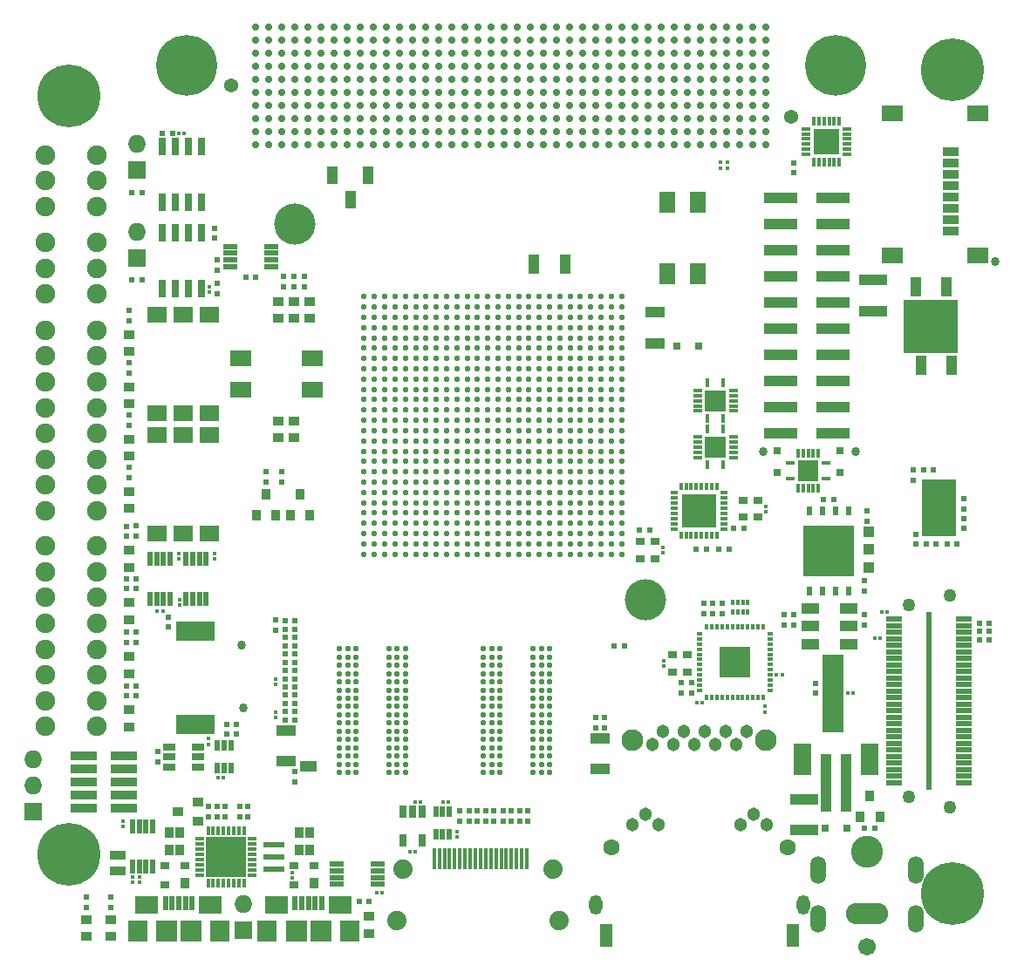
<source format=gbr>
G04 #@! TF.FileFunction,Soldermask,Top*
%FSLAX46Y46*%
G04 Gerber Fmt 4.6, Leading zero omitted, Abs format (unit mm)*
G04 Created by KiCad (PCBNEW 4.0.6) date Tue Jun 13 11:44:39 2017*
%MOMM*%
%LPD*%
G01*
G04 APERTURE LIST*
%ADD10C,0.101600*%
%ADD11C,0.551600*%
%ADD12C,1.270000*%
%ADD13R,0.351600X0.801600*%
%ADD14R,0.801600X0.351600*%
%ADD15R,1.701600X1.701600*%
%ADD16C,1.301600*%
%ADD17C,2.101600*%
%ADD18O,1.301600X1.901600*%
%ADD19R,1.181600X2.161600*%
%ADD20C,1.601600*%
%ADD21R,1.901600X1.101600*%
%ADD22R,0.401600X0.381600*%
%ADD23R,0.601600X0.601600*%
%ADD24R,1.101600X1.901600*%
%ADD25R,0.381600X0.401600*%
%ADD26R,0.685800X0.787400*%
%ADD27R,0.787400X0.685800*%
%ADD28R,1.101600X0.901600*%
%ADD29R,1.498600X0.508000*%
%ADD30R,0.609600X17.373600*%
%ADD31R,0.401600X2.001600*%
%ADD32C,1.879600*%
%ADD33R,0.501600X1.451600*%
%ADD34R,2.201600X1.701600*%
%ADD35R,1.901600X2.001600*%
%ADD36R,2.001600X2.001600*%
%ADD37R,1.101600X5.601600*%
%ADD38R,1.701600X3.101600*%
%ADD39R,1.752600X1.752600*%
%ADD40O,1.752600X1.752600*%
%ADD41R,2.101600X1.551600*%
%ADD42R,1.601600X0.901600*%
%ADD43R,1.102360X1.000760*%
%ADD44R,3.701600X1.901600*%
%ADD45R,0.901600X1.101600*%
%ADD46R,0.351600X0.601600*%
%ADD47R,2.101600X1.501600*%
%ADD48R,1.501600X2.101600*%
%ADD49R,2.701600X1.101600*%
%ADD50C,0.863600*%
%ADD51R,0.889000X0.990600*%
%ADD52R,0.851600X1.001600*%
%ADD53R,1.181600X0.881600*%
%ADD54R,1.201600X0.701600*%
%ADD55R,1.389100X1.389100*%
%ADD56R,0.551600X1.051600*%
%ADD57R,1.101600X1.351600*%
%ADD58R,0.551600X1.451600*%
%ADD59R,0.701600X1.201600*%
%ADD60R,0.951600X0.371600*%
%ADD61R,0.371600X0.951600*%
%ADD62R,1.351600X1.351600*%
%ADD63R,1.451600X0.551600*%
%ADD64R,0.851600X1.061600*%
%ADD65R,0.851600X0.641600*%
%ADD66R,0.951600X0.381600*%
%ADD67R,0.381600X0.951600*%
%ADD68R,1.101600X1.101600*%
%ADD69R,1.881600X1.621600*%
%ADD70R,0.951600X0.751600*%
%ADD71R,0.701600X1.651600*%
%ADD72R,0.601600X0.901600*%
%ADD73R,1.701600X1.101600*%
%ADD74R,0.601600X0.351600*%
%ADD75R,1.601600X1.601600*%
%ADD76R,0.901600X0.901600*%
%ADD77R,2.101600X0.501600*%
%ADD78R,1.501600X0.851600*%
%ADD79C,0.736600*%
%ADD80C,1.371600*%
%ADD81C,5.901600*%
%ADD82C,1.901600*%
%ADD83R,1.101600X1.701600*%
%ADD84R,2.501600X0.851600*%
%ADD85R,2.501600X0.841600*%
%ADD86R,3.251600X1.101600*%
%ADD87C,1.701600*%
%ADD88C,3.101600*%
%ADD89O,1.501600X2.701600*%
%ADD90O,4.101600X2.101600*%
%ADD91C,6.101600*%
%ADD92C,4.000000*%
G04 APERTURE END LIST*
D10*
D11*
X63700000Y-82100000D03*
X63700000Y-81100000D03*
X63700000Y-80100000D03*
X63700000Y-79100000D03*
X63700000Y-78100000D03*
X63700000Y-77100000D03*
X63700000Y-76100000D03*
X63700000Y-75100000D03*
X63700000Y-74100000D03*
X63700000Y-73100000D03*
X63700000Y-72100000D03*
X63700000Y-71100000D03*
X63700000Y-70100000D03*
X63700000Y-69100000D03*
X63700000Y-68100000D03*
X63700000Y-67100000D03*
X63700000Y-66100000D03*
X63700000Y-65100000D03*
X63700000Y-64100000D03*
X63700000Y-63100000D03*
X63700000Y-62100000D03*
X63700000Y-61100000D03*
X63700000Y-60100000D03*
X63700000Y-59100000D03*
X63700000Y-58100000D03*
X63700000Y-57100000D03*
X64700000Y-82100000D03*
X64700000Y-81100000D03*
X64700000Y-80100000D03*
X64700000Y-79100000D03*
X64700000Y-78100000D03*
X64700000Y-77100000D03*
X64700000Y-76100000D03*
X64700000Y-75100000D03*
X64700000Y-74100000D03*
X64700000Y-73100000D03*
X64700000Y-72100000D03*
X64700000Y-71100000D03*
X64700000Y-70100000D03*
X64700000Y-69100000D03*
X64700000Y-68100000D03*
X64700000Y-67100000D03*
X64700000Y-66100000D03*
X64700000Y-65100000D03*
X64700000Y-64100000D03*
X64700000Y-63100000D03*
X64700000Y-62100000D03*
X64700000Y-61100000D03*
X64700000Y-60100000D03*
X64700000Y-59100000D03*
X64700000Y-58100000D03*
X64700000Y-57100000D03*
X65700000Y-82100000D03*
X65700000Y-81100000D03*
X65700000Y-80100000D03*
X65700000Y-79100000D03*
X65700000Y-78100000D03*
X65700000Y-77100000D03*
X65700000Y-76100000D03*
X65700000Y-75100000D03*
X65700000Y-74100000D03*
X65700000Y-73100000D03*
X65700000Y-72100000D03*
X65700000Y-71100000D03*
X65700000Y-70100000D03*
X65700000Y-69100000D03*
X65700000Y-68100000D03*
X65700000Y-67100000D03*
X65700000Y-66100000D03*
X65700000Y-65100000D03*
X65700000Y-64100000D03*
X65700000Y-63100000D03*
X65700000Y-62100000D03*
X65700000Y-61100000D03*
X65700000Y-60100000D03*
X65700000Y-59100000D03*
X65700000Y-58100000D03*
X65700000Y-57100000D03*
X66700000Y-82100000D03*
X66700000Y-81100000D03*
X66700000Y-80100000D03*
X66700000Y-79100000D03*
X66700000Y-78100000D03*
X66700000Y-77100000D03*
X66700000Y-76100000D03*
X66700000Y-75100000D03*
X66700000Y-74100000D03*
X66700000Y-73100000D03*
X66700000Y-72100000D03*
X66700000Y-71100000D03*
X66700000Y-70100000D03*
X66700000Y-69100000D03*
X66700000Y-68100000D03*
X66700000Y-67100000D03*
X66700000Y-66100000D03*
X66700000Y-65100000D03*
X66700000Y-64100000D03*
X66700000Y-63100000D03*
X66700000Y-62100000D03*
X66700000Y-61100000D03*
X66700000Y-60100000D03*
X66700000Y-59100000D03*
X66700000Y-58100000D03*
X66700000Y-57100000D03*
X67700000Y-82100000D03*
X67700000Y-81100000D03*
X67700000Y-80100000D03*
X67700000Y-79100000D03*
X67700000Y-78100000D03*
X67700000Y-77100000D03*
X67700000Y-76100000D03*
X67700000Y-75100000D03*
X67700000Y-74100000D03*
X67700000Y-73100000D03*
X67700000Y-72100000D03*
X67700000Y-71100000D03*
X67700000Y-70100000D03*
X67700000Y-69100000D03*
X67700000Y-68100000D03*
X67700000Y-67100000D03*
X67700000Y-66100000D03*
X67700000Y-65100000D03*
X67700000Y-64100000D03*
X67700000Y-63100000D03*
X67700000Y-62100000D03*
X67700000Y-61100000D03*
X67700000Y-60100000D03*
X67700000Y-59100000D03*
X67700000Y-58100000D03*
X67700000Y-57100000D03*
X68700000Y-82100000D03*
X68700000Y-81100000D03*
X68700000Y-80100000D03*
X68700000Y-79100000D03*
X68700000Y-78100000D03*
X68700000Y-77100000D03*
X68700000Y-76100000D03*
X68700000Y-75100000D03*
X68700000Y-74100000D03*
X68700000Y-73100000D03*
X68700000Y-72100000D03*
X68700000Y-71100000D03*
X68700000Y-70100000D03*
X68700000Y-69100000D03*
X68700000Y-68100000D03*
X68700000Y-67100000D03*
X68700000Y-66100000D03*
X68700000Y-65100000D03*
X68700000Y-64100000D03*
X68700000Y-63100000D03*
X68700000Y-62100000D03*
X68700000Y-61100000D03*
X68700000Y-60100000D03*
X68700000Y-59100000D03*
X68700000Y-58100000D03*
X68700000Y-57100000D03*
X69700000Y-82100000D03*
X69700000Y-81100000D03*
X69700000Y-80100000D03*
X69700000Y-79100000D03*
X69700000Y-78100000D03*
X69700000Y-77100000D03*
X69700000Y-76100000D03*
X69700000Y-75100000D03*
X69700000Y-74100000D03*
X69700000Y-73100000D03*
X69700000Y-72100000D03*
X69700000Y-71100000D03*
X69700000Y-70100000D03*
X69700000Y-69100000D03*
X69700000Y-68100000D03*
X69700000Y-67100000D03*
X69700000Y-66100000D03*
X69700000Y-65100000D03*
X69700000Y-64100000D03*
X69700000Y-63100000D03*
X69700000Y-62100000D03*
X69700000Y-61100000D03*
X69700000Y-60100000D03*
X69700000Y-59100000D03*
X69700000Y-58100000D03*
X69700000Y-57100000D03*
X70700000Y-82100000D03*
X70700000Y-81100000D03*
X70700000Y-80100000D03*
X70700000Y-79100000D03*
X70700000Y-78100000D03*
X70700000Y-77100000D03*
X70700000Y-76100000D03*
X70700000Y-75100000D03*
X70700000Y-74100000D03*
X70700000Y-73100000D03*
X70700000Y-72100000D03*
X70700000Y-71100000D03*
X70700000Y-70100000D03*
X70700000Y-69100000D03*
X70700000Y-68100000D03*
X70700000Y-67100000D03*
X70700000Y-66100000D03*
X70700000Y-65100000D03*
X70700000Y-64100000D03*
X70700000Y-63100000D03*
X70700000Y-62100000D03*
X70700000Y-61100000D03*
X70700000Y-60100000D03*
X70700000Y-59100000D03*
X70700000Y-58100000D03*
X70700000Y-57100000D03*
X71700000Y-82100000D03*
X71700000Y-81100000D03*
X71700000Y-80100000D03*
X71700000Y-79100000D03*
X71700000Y-78100000D03*
X71700000Y-77100000D03*
X71700000Y-76100000D03*
X71700000Y-75100000D03*
X71700000Y-74100000D03*
X71700000Y-73100000D03*
X71700000Y-72100000D03*
X71700000Y-71100000D03*
X71700000Y-70100000D03*
X71700000Y-69100000D03*
X71700000Y-68100000D03*
X71700000Y-67100000D03*
X71700000Y-66100000D03*
X71700000Y-65100000D03*
X71700000Y-64100000D03*
X71700000Y-63100000D03*
X71700000Y-62100000D03*
X71700000Y-61100000D03*
X71700000Y-60100000D03*
X71700000Y-59100000D03*
X71700000Y-58100000D03*
X71700000Y-57100000D03*
X72700000Y-82100000D03*
X72700000Y-81100000D03*
X72700000Y-80100000D03*
X72700000Y-79100000D03*
X72700000Y-78100000D03*
X72700000Y-77100000D03*
X72700000Y-76100000D03*
X72700000Y-75100000D03*
X72700000Y-74100000D03*
X72700000Y-73100000D03*
X72700000Y-72100000D03*
X72700000Y-71100000D03*
X72700000Y-70100000D03*
X72700000Y-69100000D03*
X72700000Y-68100000D03*
X72700000Y-67100000D03*
X72700000Y-66100000D03*
X72700000Y-65100000D03*
X72700000Y-64100000D03*
X72700000Y-63100000D03*
X72700000Y-62100000D03*
X72700000Y-61100000D03*
X72700000Y-60100000D03*
X72700000Y-59100000D03*
X72700000Y-58100000D03*
X72700000Y-57100000D03*
X73700000Y-82100000D03*
X73700000Y-81100000D03*
X73700000Y-80100000D03*
X73700000Y-79100000D03*
X73700000Y-78100000D03*
X73700000Y-77100000D03*
X73700000Y-76100000D03*
X73700000Y-75100000D03*
X73700000Y-74100000D03*
X73700000Y-73100000D03*
X73700000Y-72100000D03*
X73700000Y-71100000D03*
X73700000Y-70100000D03*
X73700000Y-69100000D03*
X73700000Y-68100000D03*
X73700000Y-67100000D03*
X73700000Y-66100000D03*
X73700000Y-65100000D03*
X73700000Y-64100000D03*
X73700000Y-63100000D03*
X73700000Y-62100000D03*
X73700000Y-61100000D03*
X73700000Y-60100000D03*
X73700000Y-59100000D03*
X73700000Y-58100000D03*
X73700000Y-57100000D03*
X74700000Y-82100000D03*
X74700000Y-81100000D03*
X74700000Y-80100000D03*
X74700000Y-79100000D03*
X74700000Y-78100000D03*
X74700000Y-77100000D03*
X74700000Y-76100000D03*
X74700000Y-75100000D03*
X74700000Y-74100000D03*
X74700000Y-73100000D03*
X74700000Y-72100000D03*
X74700000Y-71100000D03*
X74700000Y-70100000D03*
X74700000Y-69100000D03*
X74700000Y-68100000D03*
X74700000Y-67100000D03*
X74700000Y-66100000D03*
X74700000Y-65100000D03*
X74700000Y-64100000D03*
X74700000Y-63100000D03*
X74700000Y-62100000D03*
X74700000Y-61100000D03*
X74700000Y-60100000D03*
X74700000Y-59100000D03*
X74700000Y-58100000D03*
X74700000Y-57100000D03*
X75700000Y-82100000D03*
X75700000Y-81100000D03*
X75700000Y-80100000D03*
X75700000Y-79100000D03*
X75700000Y-78100000D03*
X75700000Y-77100000D03*
X75700000Y-76100000D03*
X75700000Y-75100000D03*
X75700000Y-74100000D03*
X75700000Y-73100000D03*
X75700000Y-72100000D03*
X75700000Y-71100000D03*
X75700000Y-70100000D03*
X75700000Y-69100000D03*
X75700000Y-68100000D03*
X75700000Y-67100000D03*
X75700000Y-66100000D03*
X75700000Y-65100000D03*
X75700000Y-64100000D03*
X75700000Y-63100000D03*
X75700000Y-62100000D03*
X75700000Y-61100000D03*
X75700000Y-60100000D03*
X75700000Y-59100000D03*
X75700000Y-58100000D03*
X75700000Y-57100000D03*
X76700000Y-82100000D03*
X76700000Y-81100000D03*
X76700000Y-80100000D03*
X76700000Y-79100000D03*
X76700000Y-78100000D03*
X76700000Y-77100000D03*
X76700000Y-76100000D03*
X76700000Y-75100000D03*
X76700000Y-74100000D03*
X76700000Y-73100000D03*
X76700000Y-72100000D03*
X76700000Y-71100000D03*
X76700000Y-70100000D03*
X76700000Y-69100000D03*
X76700000Y-68100000D03*
X76700000Y-67100000D03*
X76700000Y-66100000D03*
X76700000Y-65100000D03*
X76700000Y-64100000D03*
X76700000Y-63100000D03*
X76700000Y-62100000D03*
X76700000Y-61100000D03*
X76700000Y-60100000D03*
X76700000Y-59100000D03*
X76700000Y-58100000D03*
X76700000Y-57100000D03*
X77700000Y-82100000D03*
X77700000Y-81100000D03*
X77700000Y-80100000D03*
X77700000Y-79100000D03*
X77700000Y-78100000D03*
X77700000Y-77100000D03*
X77700000Y-76100000D03*
X77700000Y-75100000D03*
X77700000Y-74100000D03*
X77700000Y-73100000D03*
X77700000Y-72100000D03*
X77700000Y-71100000D03*
X77700000Y-70100000D03*
X77700000Y-69100000D03*
X77700000Y-68100000D03*
X77700000Y-67100000D03*
X77700000Y-66100000D03*
X77700000Y-65100000D03*
X77700000Y-64100000D03*
X77700000Y-63100000D03*
X77700000Y-62100000D03*
X77700000Y-61100000D03*
X77700000Y-60100000D03*
X77700000Y-59100000D03*
X77700000Y-58100000D03*
X77700000Y-57100000D03*
X78700000Y-82100000D03*
X78700000Y-81100000D03*
X78700000Y-80100000D03*
X78700000Y-79100000D03*
X78700000Y-78100000D03*
X78700000Y-77100000D03*
X78700000Y-76100000D03*
X78700000Y-75100000D03*
X78700000Y-74100000D03*
X78700000Y-73100000D03*
X78700000Y-72100000D03*
X78700000Y-71100000D03*
X78700000Y-70100000D03*
X78700000Y-69100000D03*
X78700000Y-68100000D03*
X78700000Y-67100000D03*
X78700000Y-66100000D03*
X78700000Y-65100000D03*
X78700000Y-64100000D03*
X78700000Y-63100000D03*
X78700000Y-62100000D03*
X78700000Y-61100000D03*
X78700000Y-60100000D03*
X78700000Y-59100000D03*
X78700000Y-58100000D03*
X78700000Y-57100000D03*
X79700000Y-82100000D03*
X79700000Y-81100000D03*
X79700000Y-80100000D03*
X79700000Y-79100000D03*
X79700000Y-78100000D03*
X79700000Y-77100000D03*
X79700000Y-76100000D03*
X79700000Y-75100000D03*
X79700000Y-74100000D03*
X79700000Y-73100000D03*
X79700000Y-72100000D03*
X79700000Y-71100000D03*
X79700000Y-70100000D03*
X79700000Y-69100000D03*
X79700000Y-68100000D03*
X79700000Y-67100000D03*
X79700000Y-66100000D03*
X79700000Y-65100000D03*
X79700000Y-64100000D03*
X79700000Y-63100000D03*
X79700000Y-62100000D03*
X79700000Y-61100000D03*
X79700000Y-60100000D03*
X79700000Y-59100000D03*
X79700000Y-58100000D03*
X79700000Y-57100000D03*
X80700000Y-82100000D03*
X80700000Y-81100000D03*
X80700000Y-80100000D03*
X80700000Y-79100000D03*
X80700000Y-78100000D03*
X80700000Y-77100000D03*
X80700000Y-76100000D03*
X80700000Y-75100000D03*
X80700000Y-74100000D03*
X80700000Y-73100000D03*
X80700000Y-72100000D03*
X80700000Y-71100000D03*
X80700000Y-70100000D03*
X80700000Y-69100000D03*
X80700000Y-68100000D03*
X80700000Y-67100000D03*
X80700000Y-66100000D03*
X80700000Y-65100000D03*
X80700000Y-64100000D03*
X80700000Y-63100000D03*
X80700000Y-62100000D03*
X80700000Y-61100000D03*
X80700000Y-60100000D03*
X80700000Y-59100000D03*
X80700000Y-58100000D03*
X80700000Y-57100000D03*
X81700000Y-82100000D03*
X81700000Y-81100000D03*
X81700000Y-80100000D03*
X81700000Y-79100000D03*
X81700000Y-78100000D03*
X81700000Y-77100000D03*
X81700000Y-76100000D03*
X81700000Y-75100000D03*
X81700000Y-74100000D03*
X81700000Y-73100000D03*
X81700000Y-72100000D03*
X81700000Y-71100000D03*
X81700000Y-70100000D03*
X81700000Y-69100000D03*
X81700000Y-68100000D03*
X81700000Y-67100000D03*
X81700000Y-66100000D03*
X81700000Y-65100000D03*
X81700000Y-64100000D03*
X81700000Y-63100000D03*
X81700000Y-62100000D03*
X81700000Y-61100000D03*
X81700000Y-60100000D03*
X81700000Y-59100000D03*
X81700000Y-58100000D03*
X81700000Y-57100000D03*
X82700000Y-82100000D03*
X82700000Y-81100000D03*
X82700000Y-80100000D03*
X82700000Y-79100000D03*
X82700000Y-78100000D03*
X82700000Y-77100000D03*
X82700000Y-76100000D03*
X82700000Y-75100000D03*
X82700000Y-74100000D03*
X82700000Y-73100000D03*
X82700000Y-72100000D03*
X82700000Y-71100000D03*
X82700000Y-70100000D03*
X82700000Y-69100000D03*
X82700000Y-68100000D03*
X82700000Y-67100000D03*
X82700000Y-66100000D03*
X82700000Y-65100000D03*
X82700000Y-64100000D03*
X82700000Y-63100000D03*
X82700000Y-62100000D03*
X82700000Y-61100000D03*
X82700000Y-60100000D03*
X82700000Y-59100000D03*
X82700000Y-58100000D03*
X82700000Y-57100000D03*
X83700000Y-82100000D03*
X83700000Y-81100000D03*
X83700000Y-80100000D03*
X83700000Y-79100000D03*
X83700000Y-78100000D03*
X83700000Y-77100000D03*
X83700000Y-76100000D03*
X83700000Y-75100000D03*
X83700000Y-74100000D03*
X83700000Y-73100000D03*
X83700000Y-72100000D03*
X83700000Y-71100000D03*
X83700000Y-70100000D03*
X83700000Y-69100000D03*
X83700000Y-68100000D03*
X83700000Y-67100000D03*
X83700000Y-66100000D03*
X83700000Y-65100000D03*
X83700000Y-64100000D03*
X83700000Y-63100000D03*
X83700000Y-62100000D03*
X83700000Y-61100000D03*
X83700000Y-60100000D03*
X83700000Y-59100000D03*
X83700000Y-58100000D03*
X83700000Y-57100000D03*
X84700000Y-82100000D03*
X84700000Y-81100000D03*
X84700000Y-80100000D03*
X84700000Y-79100000D03*
X84700000Y-78100000D03*
X84700000Y-77100000D03*
X84700000Y-76100000D03*
X84700000Y-75100000D03*
X84700000Y-74100000D03*
X84700000Y-73100000D03*
X84700000Y-72100000D03*
X84700000Y-71100000D03*
X84700000Y-70100000D03*
X84700000Y-69100000D03*
X84700000Y-68100000D03*
X84700000Y-67100000D03*
X84700000Y-66100000D03*
X84700000Y-65100000D03*
X84700000Y-64100000D03*
X84700000Y-63100000D03*
X84700000Y-62100000D03*
X84700000Y-61100000D03*
X84700000Y-60100000D03*
X84700000Y-59100000D03*
X84700000Y-58100000D03*
X84700000Y-57100000D03*
X85700000Y-82100000D03*
X85700000Y-81100000D03*
X85700000Y-80100000D03*
X85700000Y-79100000D03*
X85700000Y-78100000D03*
X85700000Y-77100000D03*
X85700000Y-76100000D03*
X85700000Y-75100000D03*
X85700000Y-74100000D03*
X85700000Y-73100000D03*
X85700000Y-72100000D03*
X85700000Y-71100000D03*
X85700000Y-70100000D03*
X85700000Y-69100000D03*
X85700000Y-68100000D03*
X85700000Y-67100000D03*
X85700000Y-66100000D03*
X85700000Y-65100000D03*
X85700000Y-64100000D03*
X85700000Y-63100000D03*
X85700000Y-62100000D03*
X85700000Y-61100000D03*
X85700000Y-60100000D03*
X85700000Y-59100000D03*
X85700000Y-58100000D03*
X85700000Y-57100000D03*
X86700000Y-82100000D03*
X86700000Y-81100000D03*
X86700000Y-80100000D03*
X86700000Y-79100000D03*
X86700000Y-78100000D03*
X86700000Y-77100000D03*
X86700000Y-76100000D03*
X86700000Y-75100000D03*
X86700000Y-74100000D03*
X86700000Y-73100000D03*
X86700000Y-72100000D03*
X86700000Y-71100000D03*
X86700000Y-70100000D03*
X86700000Y-69100000D03*
X86700000Y-68100000D03*
X86700000Y-67100000D03*
X86700000Y-66100000D03*
X86700000Y-65100000D03*
X86700000Y-64100000D03*
X86700000Y-63100000D03*
X86700000Y-62100000D03*
X86700000Y-61100000D03*
X86700000Y-60100000D03*
X86700000Y-59100000D03*
X86700000Y-58100000D03*
X86700000Y-57100000D03*
X87700000Y-82100000D03*
X87700000Y-81100000D03*
X87700000Y-80100000D03*
X87700000Y-79100000D03*
X87700000Y-78100000D03*
X87700000Y-77100000D03*
X87700000Y-76100000D03*
X87700000Y-75100000D03*
X87700000Y-74100000D03*
X87700000Y-73100000D03*
X87700000Y-72100000D03*
X87700000Y-71100000D03*
X87700000Y-70100000D03*
X87700000Y-69100000D03*
X87700000Y-68100000D03*
X87700000Y-67100000D03*
X87700000Y-66100000D03*
X87700000Y-65100000D03*
X87700000Y-64100000D03*
X87700000Y-63100000D03*
X87700000Y-62100000D03*
X87700000Y-61100000D03*
X87700000Y-60100000D03*
X87700000Y-59100000D03*
X87700000Y-58100000D03*
X87700000Y-57100000D03*
X88700000Y-82100000D03*
X88700000Y-81100000D03*
X88700000Y-80100000D03*
X88700000Y-79100000D03*
X88700000Y-78100000D03*
X88700000Y-77100000D03*
X88700000Y-76100000D03*
X88700000Y-75100000D03*
X88700000Y-74100000D03*
X88700000Y-73100000D03*
X88700000Y-72100000D03*
X88700000Y-71100000D03*
X88700000Y-70100000D03*
X88700000Y-69100000D03*
X88700000Y-68100000D03*
X88700000Y-67100000D03*
X88700000Y-66100000D03*
X88700000Y-65100000D03*
X88700000Y-64100000D03*
X88700000Y-63100000D03*
X88700000Y-62100000D03*
X88700000Y-61100000D03*
X88700000Y-60100000D03*
X88700000Y-59100000D03*
X88700000Y-58100000D03*
X88700000Y-57100000D03*
X61300000Y-91300000D03*
X62100000Y-91300000D03*
X62900000Y-91300000D03*
X66100000Y-91300000D03*
X66900000Y-91300000D03*
X67700000Y-91300000D03*
X61300000Y-92100000D03*
X62100000Y-92100000D03*
X62900000Y-92100000D03*
X66100000Y-92100000D03*
X66900000Y-92100000D03*
X67700000Y-92100000D03*
X61300000Y-92900000D03*
X62100000Y-92900000D03*
X62900000Y-92900000D03*
X66100000Y-92900000D03*
X66900000Y-92900000D03*
X67700000Y-92900000D03*
X61300000Y-93700000D03*
X62100000Y-93700000D03*
X62900000Y-93700000D03*
X66100000Y-93700000D03*
X66900000Y-93700000D03*
X67700000Y-93700000D03*
X61300000Y-94500000D03*
X62100000Y-94500000D03*
X62900000Y-94500000D03*
X66100000Y-94500000D03*
X66900000Y-94500000D03*
X67700000Y-94500000D03*
X61300000Y-95300000D03*
X62100000Y-95300000D03*
X62900000Y-95300000D03*
X66100000Y-95300000D03*
X66900000Y-95300000D03*
X67700000Y-95300000D03*
X61300000Y-96100000D03*
X62100000Y-96100000D03*
X62900000Y-96100000D03*
X66100000Y-96100000D03*
X66900000Y-96100000D03*
X67700000Y-96100000D03*
X61300000Y-96900000D03*
X62100000Y-96900000D03*
X62900000Y-96900000D03*
X66100000Y-96900000D03*
X66900000Y-96900000D03*
X67700000Y-96900000D03*
X61300000Y-97700000D03*
X62100000Y-97700000D03*
X62900000Y-97700000D03*
X66100000Y-97700000D03*
X66900000Y-97700000D03*
X67700000Y-97700000D03*
X61300000Y-98500000D03*
X62100000Y-98500000D03*
X62900000Y-98500000D03*
X66100000Y-98500000D03*
X66900000Y-98500000D03*
X67700000Y-98500000D03*
X61300000Y-99300000D03*
X62100000Y-99300000D03*
X62900000Y-99300000D03*
X66100000Y-99300000D03*
X66900000Y-99300000D03*
X67700000Y-99300000D03*
X61300000Y-100100000D03*
X62100000Y-100100000D03*
X62900000Y-100100000D03*
X66100000Y-100100000D03*
X66900000Y-100100000D03*
X67700000Y-100100000D03*
X61300000Y-100900000D03*
X62100000Y-100900000D03*
X62900000Y-100900000D03*
X66100000Y-100900000D03*
X66900000Y-100900000D03*
X67700000Y-100900000D03*
X61300000Y-101700000D03*
X62100000Y-101700000D03*
X62900000Y-101700000D03*
X66100000Y-101700000D03*
X66900000Y-101700000D03*
X67700000Y-101700000D03*
X61300000Y-102500000D03*
X62100000Y-102500000D03*
X62900000Y-102500000D03*
X66100000Y-102500000D03*
X66900000Y-102500000D03*
X67700000Y-102500000D03*
X61300000Y-103300000D03*
X62100000Y-103300000D03*
X62900000Y-103300000D03*
X66100000Y-103300000D03*
X66900000Y-103300000D03*
X67700000Y-103300000D03*
X75300000Y-91300000D03*
X76100000Y-91300000D03*
X76900000Y-91300000D03*
X80100000Y-91300000D03*
X80900000Y-91300000D03*
X81700000Y-91300000D03*
X75300000Y-92100000D03*
X76100000Y-92100000D03*
X76900000Y-92100000D03*
X80100000Y-92100000D03*
X80900000Y-92100000D03*
X81700000Y-92100000D03*
X75300000Y-92900000D03*
X76100000Y-92900000D03*
X76900000Y-92900000D03*
X80100000Y-92900000D03*
X80900000Y-92900000D03*
X81700000Y-92900000D03*
X75300000Y-93700000D03*
X76100000Y-93700000D03*
X76900000Y-93700000D03*
X80100000Y-93700000D03*
X80900000Y-93700000D03*
X81700000Y-93700000D03*
X75300000Y-94500000D03*
X76100000Y-94500000D03*
X76900000Y-94500000D03*
X80100000Y-94500000D03*
X80900000Y-94500000D03*
X81700000Y-94500000D03*
X75300000Y-95300000D03*
X76100000Y-95300000D03*
X76900000Y-95300000D03*
X80100000Y-95300000D03*
X80900000Y-95300000D03*
X81700000Y-95300000D03*
X75300000Y-96100000D03*
X76100000Y-96100000D03*
X76900000Y-96100000D03*
X80100000Y-96100000D03*
X80900000Y-96100000D03*
X81700000Y-96100000D03*
X75300000Y-96900000D03*
X76100000Y-96900000D03*
X76900000Y-96900000D03*
X80100000Y-96900000D03*
X80900000Y-96900000D03*
X81700000Y-96900000D03*
X75300000Y-97700000D03*
X76100000Y-97700000D03*
X76900000Y-97700000D03*
X80100000Y-97700000D03*
X80900000Y-97700000D03*
X81700000Y-97700000D03*
X75300000Y-98500000D03*
X76100000Y-98500000D03*
X76900000Y-98500000D03*
X80100000Y-98500000D03*
X80900000Y-98500000D03*
X81700000Y-98500000D03*
X75300000Y-99300000D03*
X76100000Y-99300000D03*
X76900000Y-99300000D03*
X80100000Y-99300000D03*
X80900000Y-99300000D03*
X81700000Y-99300000D03*
X75300000Y-100100000D03*
X76100000Y-100100000D03*
X76900000Y-100100000D03*
X80100000Y-100100000D03*
X80900000Y-100100000D03*
X81700000Y-100100000D03*
X75300000Y-100900000D03*
X76100000Y-100900000D03*
X76900000Y-100900000D03*
X80100000Y-100900000D03*
X80900000Y-100900000D03*
X81700000Y-100900000D03*
X75300000Y-101700000D03*
X76100000Y-101700000D03*
X76900000Y-101700000D03*
X80100000Y-101700000D03*
X80900000Y-101700000D03*
X81700000Y-101700000D03*
X75300000Y-102500000D03*
X76100000Y-102500000D03*
X76900000Y-102500000D03*
X80100000Y-102500000D03*
X80900000Y-102500000D03*
X81700000Y-102500000D03*
X75300000Y-103300000D03*
X76100000Y-103300000D03*
X76900000Y-103300000D03*
X80100000Y-103300000D03*
X80900000Y-103300000D03*
X81700000Y-103300000D03*
D12*
X120552000Y-86068500D03*
X120552000Y-106642500D03*
D13*
X97950000Y-75500000D03*
X97450000Y-75500000D03*
X96950000Y-75500000D03*
X96450000Y-75500000D03*
X95950000Y-75500000D03*
X95450000Y-75500000D03*
X94950000Y-75500000D03*
X94450000Y-75500000D03*
D14*
X93800000Y-76150000D03*
X93800000Y-76650000D03*
X93800000Y-77150000D03*
X93800000Y-77650000D03*
X93800000Y-78150000D03*
X93800000Y-78650000D03*
X93800000Y-79150000D03*
X93800000Y-79650000D03*
D13*
X94450000Y-80300000D03*
X94950000Y-80300000D03*
X95450000Y-80300000D03*
X95950000Y-80300000D03*
X96450000Y-80300000D03*
X96950000Y-80300000D03*
X97450000Y-80300000D03*
X97950000Y-80300000D03*
D14*
X98600000Y-79650000D03*
X98600000Y-79150000D03*
X98600000Y-78650000D03*
X98600000Y-78150000D03*
X98600000Y-77650000D03*
X98600000Y-77150000D03*
X98600000Y-76650000D03*
X98600000Y-76150000D03*
D15*
X95400000Y-78700000D03*
X97000000Y-78700000D03*
X95400000Y-77100000D03*
X97000000Y-77100000D03*
D16*
X91661000Y-100596000D03*
X93693000Y-100596000D03*
X95725000Y-100596000D03*
X97757000Y-100596000D03*
X99789000Y-100596000D03*
X92677000Y-99326000D03*
X94709000Y-99326000D03*
X96741000Y-99326000D03*
X98773000Y-99326000D03*
X100805000Y-99326000D03*
D17*
X89733000Y-100206000D03*
X102733000Y-100206000D03*
D16*
X89723000Y-108346000D03*
X90993000Y-107326000D03*
X92263000Y-108346000D03*
X100203000Y-108346000D03*
X101473000Y-107326000D03*
X102743000Y-108346000D03*
D18*
X86148000Y-116156000D03*
X106318000Y-116156000D03*
D19*
X87158000Y-119126000D03*
X105308000Y-119126000D03*
D20*
X104768000Y-110556000D03*
X87698000Y-110556000D03*
D21*
X86600000Y-103000000D03*
X86600000Y-100000000D03*
X56100000Y-102200000D03*
X56100000Y-99200000D03*
D22*
X55100000Y-94765000D03*
X55100000Y-94235000D03*
X55100000Y-97435000D03*
X55100000Y-97965000D03*
D23*
X121920000Y-76716000D03*
X121920000Y-77716000D03*
X116967000Y-74922000D03*
X116967000Y-73922000D03*
D24*
X117753000Y-63754000D03*
X120753000Y-63754000D03*
D22*
X48600000Y-100565000D03*
X48600000Y-100035000D03*
D25*
X49535000Y-103800000D03*
X50065000Y-103800000D03*
X110635000Y-95631000D03*
X111165000Y-95631000D03*
D22*
X41200000Y-113965000D03*
X41200000Y-113435000D03*
X41900000Y-113965000D03*
X41900000Y-113435000D03*
D25*
X71865000Y-106200000D03*
X71335000Y-106200000D03*
D22*
X72700000Y-109035000D03*
X72700000Y-109565000D03*
D23*
X49400000Y-55800000D03*
X49400000Y-56800000D03*
X44100000Y-41200000D03*
X45100000Y-41200000D03*
X53200000Y-55200000D03*
X52200000Y-55200000D03*
D22*
X45800000Y-87065000D03*
X45800000Y-86535000D03*
X49200000Y-82565000D03*
X49200000Y-82035000D03*
D25*
X44165000Y-87600000D03*
X43635000Y-87600000D03*
D22*
X45700000Y-82565000D03*
X45700000Y-82035000D03*
X92700000Y-81435000D03*
X92700000Y-81965000D03*
D23*
X112300000Y-84700000D03*
X112300000Y-85700000D03*
D24*
X80200000Y-53900000D03*
X83200000Y-53900000D03*
D21*
X91900000Y-58600000D03*
X91900000Y-61600000D03*
D22*
X102700000Y-77965000D03*
X102700000Y-77435000D03*
D25*
X103748000Y-93853000D03*
X104278000Y-93853000D03*
X96531000Y-96520000D03*
X96001000Y-96520000D03*
D22*
X102616000Y-96890000D03*
X102616000Y-97420000D03*
X92800000Y-92435000D03*
X92800000Y-92965000D03*
X98298000Y-44058000D03*
X98298000Y-44588000D03*
X98933000Y-44058000D03*
X98933000Y-44588000D03*
D26*
X110555000Y-108700000D03*
X108445000Y-108700000D03*
D27*
X103800000Y-74155000D03*
X103800000Y-72045000D03*
X109900000Y-74155000D03*
X109900000Y-72045000D03*
D26*
X94045000Y-61900000D03*
X96155000Y-61900000D03*
D28*
X56900000Y-59225000D03*
X56900000Y-57575000D03*
X55400000Y-57575000D03*
X55400000Y-59225000D03*
X58400000Y-59225000D03*
X58400000Y-57575000D03*
X36700000Y-117575000D03*
X36700000Y-119225000D03*
X39100000Y-117575000D03*
X39100000Y-119225000D03*
X40894000Y-83375000D03*
X40894000Y-81725000D03*
X40894000Y-88455000D03*
X40894000Y-86805000D03*
X40894000Y-93726000D03*
X40894000Y-92076000D03*
X40894000Y-98869000D03*
X40894000Y-97219000D03*
X64200000Y-118925000D03*
X64200000Y-117275000D03*
X55400000Y-69175000D03*
X55400000Y-70825000D03*
X56900000Y-69175000D03*
X56900000Y-70825000D03*
D29*
X115154500Y-104293000D03*
X115154500Y-103658000D03*
X115154500Y-103023000D03*
X115154500Y-102388000D03*
X115154500Y-101753000D03*
X115154500Y-101118000D03*
X115154500Y-100483000D03*
X115154500Y-99848000D03*
X115154500Y-99213000D03*
X115154500Y-98578000D03*
X115154500Y-97943000D03*
X115154500Y-97308000D03*
X115154500Y-96673000D03*
X115154500Y-96038000D03*
X115154500Y-95403000D03*
X115154500Y-94768000D03*
X115154500Y-94133000D03*
X115154500Y-93498000D03*
X115154500Y-92863000D03*
X115154500Y-92228000D03*
X115154500Y-91593000D03*
X115154500Y-90958000D03*
X115154500Y-90323000D03*
X115154500Y-89688000D03*
X115154500Y-89053000D03*
X115154500Y-88418000D03*
X121885500Y-103658000D03*
X121885500Y-101753000D03*
X121885500Y-103023000D03*
X121885500Y-104293000D03*
X121885500Y-102388000D03*
X121885500Y-90323000D03*
X121885500Y-90958000D03*
X121885500Y-89053000D03*
X121885500Y-88418000D03*
X121885500Y-89688000D03*
X121885500Y-98578000D03*
X121885500Y-97943000D03*
X121885500Y-100483000D03*
X121885500Y-99848000D03*
X121885500Y-101118000D03*
X121885500Y-99213000D03*
X121885500Y-96038000D03*
X121885500Y-97308000D03*
X121885500Y-94768000D03*
X121885500Y-95403000D03*
X121885500Y-96673000D03*
X121885500Y-94133000D03*
X121885500Y-92228000D03*
X121885500Y-93498000D03*
X121885500Y-92863000D03*
X121885500Y-91593000D03*
D30*
X118520000Y-96355500D03*
D12*
X116615000Y-105690000D03*
X116615000Y-87021000D03*
D31*
X70500000Y-111700000D03*
X79500000Y-111700000D03*
X71000000Y-111700000D03*
X71500000Y-111700000D03*
X72000000Y-111700000D03*
X72500000Y-111700000D03*
X73000000Y-111700000D03*
X73500000Y-111700000D03*
X74000000Y-111700000D03*
X74500000Y-111700000D03*
X75000000Y-111700000D03*
X75500000Y-111700000D03*
X76000000Y-111700000D03*
X76500000Y-111700000D03*
X77000000Y-111700000D03*
X77500000Y-111700000D03*
X78000000Y-111700000D03*
X78500000Y-111700000D03*
X79000000Y-111700000D03*
D32*
X67500000Y-112700000D03*
X82000000Y-112700000D03*
X82600000Y-117650000D03*
X66900000Y-117650000D03*
D33*
X45700000Y-116025000D03*
X45050000Y-116025000D03*
X46350000Y-116025000D03*
X44400000Y-116025000D03*
X47000000Y-116025000D03*
D34*
X42600000Y-116150000D03*
X48800000Y-116150000D03*
D35*
X41700000Y-118700000D03*
X49700000Y-118700000D03*
D36*
X44500000Y-118700000D03*
X46900000Y-118700000D03*
D37*
X110500000Y-104300000D03*
X108500000Y-104300000D03*
D38*
X106250000Y-102050000D03*
X112750000Y-102050000D03*
D39*
X31600000Y-107140000D03*
D40*
X31600000Y-104600000D03*
X31600000Y-102060000D03*
D33*
X58300000Y-116000000D03*
X57650000Y-116000000D03*
X58950000Y-116000000D03*
X57000000Y-116000000D03*
X59600000Y-116000000D03*
D34*
X55200000Y-116125000D03*
X61400000Y-116125000D03*
D35*
X54300000Y-118675000D03*
X62300000Y-118675000D03*
D36*
X57100000Y-118675000D03*
X59500000Y-118675000D03*
D41*
X123276000Y-53128000D03*
X123276000Y-39328000D03*
X114976000Y-53128000D03*
X114976000Y-39328000D03*
D42*
X120676000Y-50728000D03*
X120676000Y-49628000D03*
X120676000Y-48528000D03*
X120676000Y-47428000D03*
X120676000Y-46328000D03*
X120676000Y-45228000D03*
X120676000Y-44128000D03*
X120676000Y-43028000D03*
D39*
X52000000Y-118640000D03*
D40*
X52000000Y-116100000D03*
D43*
X112649000Y-81661000D03*
X112649000Y-79961000D03*
X112649000Y-83361000D03*
D39*
X41656000Y-44831000D03*
D40*
X41656000Y-42291000D03*
D39*
X41656000Y-53340000D03*
D40*
X41656000Y-50800000D03*
D44*
X47300000Y-98600000D03*
X47300000Y-89600000D03*
D28*
X47600000Y-108050000D03*
X45600000Y-107100000D03*
X47600000Y-106150000D03*
D45*
X111850000Y-107600000D03*
X112800000Y-105600000D03*
X113750000Y-107600000D03*
X53250000Y-78300000D03*
X54200000Y-76300000D03*
X55150000Y-78300000D03*
X56550000Y-78300000D03*
X57500000Y-76300000D03*
X58450000Y-78300000D03*
D23*
X56000000Y-94200000D03*
X57000000Y-94200000D03*
X56000000Y-91800000D03*
X57000000Y-91800000D03*
X56000000Y-92600000D03*
X57000000Y-92600000D03*
X56000000Y-90200000D03*
X57000000Y-90200000D03*
X56000000Y-88600000D03*
X57000000Y-88600000D03*
X56000000Y-91000000D03*
X57000000Y-91000000D03*
X56000000Y-95000000D03*
X57000000Y-95000000D03*
X56000000Y-89400000D03*
X57000000Y-89400000D03*
X56000000Y-95800000D03*
X57000000Y-95800000D03*
X56000000Y-93400000D03*
X57000000Y-93400000D03*
X56000000Y-96600000D03*
X57000000Y-96600000D03*
X56000000Y-97400000D03*
X57000000Y-97400000D03*
X56000000Y-98200000D03*
X57000000Y-98200000D03*
X89000000Y-91000000D03*
X88000000Y-91000000D03*
X117221000Y-80145000D03*
X117221000Y-81145000D03*
X121277000Y-81153000D03*
X120277000Y-81153000D03*
X121920000Y-79621000D03*
X121920000Y-78621000D03*
X118245000Y-81153000D03*
X119245000Y-81153000D03*
X117991000Y-73914000D03*
X118991000Y-73914000D03*
X50400000Y-98600000D03*
X50400000Y-99600000D03*
X51300000Y-98600000D03*
X51300000Y-99600000D03*
X124400000Y-90400000D03*
X123400000Y-90400000D03*
X107495000Y-95631000D03*
X107495000Y-94631000D03*
X79600000Y-107000000D03*
X79600000Y-108000000D03*
X78800000Y-107000000D03*
X78800000Y-108000000D03*
X78000000Y-107000000D03*
X78000000Y-108000000D03*
X77200000Y-107000000D03*
X77200000Y-108000000D03*
X76300000Y-107000000D03*
X76300000Y-108000000D03*
X75500000Y-107000000D03*
X75500000Y-108000000D03*
X74700000Y-107000000D03*
X74700000Y-108000000D03*
X73900000Y-107000000D03*
X73900000Y-108000000D03*
X73000000Y-108000000D03*
X73000000Y-107000000D03*
X48600000Y-107600000D03*
X48600000Y-106600000D03*
X50200000Y-106600000D03*
X50200000Y-107600000D03*
X49400000Y-106600000D03*
X49400000Y-107600000D03*
X49400000Y-53500000D03*
X49400000Y-54500000D03*
X56900000Y-56100000D03*
X56900000Y-55100000D03*
X55900000Y-56100000D03*
X55900000Y-55100000D03*
X57900000Y-56100000D03*
X57900000Y-55100000D03*
X36700000Y-116400000D03*
X36700000Y-115400000D03*
X39100000Y-116400000D03*
X39100000Y-115400000D03*
X112300000Y-108700000D03*
X113300000Y-108700000D03*
X40640000Y-80383000D03*
X40640000Y-79383000D03*
X40640000Y-85463000D03*
X40640000Y-84463000D03*
X40640000Y-90670000D03*
X40640000Y-89670000D03*
X40640000Y-95877000D03*
X40640000Y-94877000D03*
X41529000Y-79375000D03*
X41529000Y-80375000D03*
X41529000Y-84463000D03*
X41529000Y-85463000D03*
X41529000Y-89670000D03*
X41529000Y-90670000D03*
X41529000Y-94877000D03*
X41529000Y-95877000D03*
X40894000Y-59436000D03*
X40894000Y-58436000D03*
X40894000Y-64508000D03*
X40894000Y-63508000D03*
X40894000Y-69588000D03*
X40894000Y-68588000D03*
X40894000Y-74668000D03*
X40894000Y-73668000D03*
X91400000Y-79800000D03*
X90400000Y-79800000D03*
X52400000Y-107600000D03*
X52400000Y-106600000D03*
X51600000Y-107600000D03*
X51600000Y-106600000D03*
X124400000Y-88800000D03*
X123400000Y-88800000D03*
X124400000Y-89600000D03*
X123400000Y-89600000D03*
X105400000Y-88000000D03*
X105400000Y-89000000D03*
X109300000Y-76800000D03*
X108300000Y-76800000D03*
X49149000Y-50427000D03*
X49149000Y-51427000D03*
X104500000Y-89000000D03*
X104500000Y-88000000D03*
X42156000Y-46990000D03*
X41156000Y-46990000D03*
X41156000Y-55499000D03*
X42156000Y-55499000D03*
X112300000Y-88000000D03*
X112300000Y-89000000D03*
X112500000Y-78900000D03*
X112500000Y-77900000D03*
X105410000Y-44077000D03*
X105410000Y-45077000D03*
X63200000Y-115800000D03*
X64200000Y-115800000D03*
X96900000Y-81600000D03*
X95900000Y-81600000D03*
X98100000Y-81600000D03*
X99100000Y-81600000D03*
X99600000Y-79600000D03*
X100600000Y-79600000D03*
X96647000Y-86876000D03*
X96647000Y-87876000D03*
X97536000Y-86876000D03*
X97536000Y-87876000D03*
X98425000Y-86876000D03*
X98425000Y-87876000D03*
X95496000Y-94615000D03*
X94496000Y-94615000D03*
X94496000Y-95631000D03*
X95496000Y-95631000D03*
X54200000Y-75100000D03*
X54200000Y-74100000D03*
X55700000Y-74100000D03*
X55700000Y-75100000D03*
D46*
X100953000Y-87749000D03*
X100453000Y-87749000D03*
X99953000Y-87749000D03*
X99453000Y-87749000D03*
X100953000Y-86749000D03*
X100453000Y-86749000D03*
X99953000Y-86749000D03*
X99453000Y-86749000D03*
D47*
X51700000Y-63100000D03*
X51700000Y-66100000D03*
X58700000Y-63100000D03*
X58700000Y-66100000D03*
D48*
X93100000Y-54900000D03*
X96100000Y-54900000D03*
X93100000Y-47900000D03*
X96100000Y-47900000D03*
D49*
X106400000Y-105900000D03*
X106400000Y-108900000D03*
X113100000Y-58500000D03*
X113100000Y-55500000D03*
D50*
X125000000Y-53700000D03*
X111400000Y-72100000D03*
X102400000Y-72100000D03*
X51800000Y-90900000D03*
X52000000Y-97000000D03*
D51*
X45833400Y-110850900D03*
X44766600Y-110850900D03*
X45833400Y-109149100D03*
X44766600Y-109149100D03*
X58433400Y-110850900D03*
X57366600Y-110850900D03*
X58433400Y-109149100D03*
X57366600Y-109149100D03*
D52*
X57925000Y-102700000D03*
X58675000Y-102700000D03*
D53*
X120580000Y-79937000D03*
X119500000Y-79937000D03*
X118420000Y-79937000D03*
X120580000Y-79157000D03*
X120580000Y-78377000D03*
X120580000Y-77597000D03*
X120580000Y-76817000D03*
X120580000Y-76037000D03*
X120580000Y-75257000D03*
X119500000Y-75257000D03*
X119500000Y-76037000D03*
X119500000Y-76817000D03*
X119500000Y-77597000D03*
X119500000Y-78377000D03*
X119500000Y-79157000D03*
X118420000Y-79157000D03*
X118420000Y-78377000D03*
X118420000Y-77597000D03*
X118420000Y-76817000D03*
X118420000Y-76037000D03*
X118420000Y-75257000D03*
D54*
X44800000Y-100850000D03*
X44800000Y-102750000D03*
X44800000Y-101800000D03*
X47600000Y-102750000D03*
X47600000Y-100850000D03*
X47600000Y-101800000D03*
D55*
X120631250Y-61931250D03*
X119343750Y-61931250D03*
X118056250Y-61931250D03*
X116768750Y-61931250D03*
X120631250Y-60643750D03*
X119343750Y-60643750D03*
X118056250Y-60643750D03*
X116768750Y-60643750D03*
X120631250Y-59356250D03*
X119343750Y-59356250D03*
X118056250Y-59356250D03*
X116768750Y-59356250D03*
X120631250Y-58068750D03*
X119343750Y-58068750D03*
X118056250Y-58068750D03*
X116768750Y-58068750D03*
D56*
X49450000Y-102900000D03*
X50100000Y-102900000D03*
X50750000Y-102900000D03*
X50750000Y-100700000D03*
X49450000Y-100700000D03*
X50100000Y-100700000D03*
D57*
X109720000Y-97506000D03*
X109720000Y-96256000D03*
X109720000Y-98756000D03*
X108720000Y-98756000D03*
X108720000Y-97506000D03*
X108720000Y-96256000D03*
X108720000Y-95006000D03*
X108720000Y-93756000D03*
X108720000Y-92506000D03*
X109720000Y-92506000D03*
X109720000Y-93756000D03*
X109720000Y-95006000D03*
D58*
X41225000Y-108525000D03*
X41875000Y-108525000D03*
X42525000Y-108525000D03*
X43175000Y-108525000D03*
X41225000Y-112475000D03*
X41875000Y-112475000D03*
X42525000Y-112475000D03*
X43175000Y-112475000D03*
D56*
X71950000Y-107100000D03*
X71300000Y-107100000D03*
X70650000Y-107100000D03*
X70650000Y-109300000D03*
X71950000Y-109300000D03*
X71300000Y-109300000D03*
D59*
X69350000Y-107100000D03*
X67450000Y-107100000D03*
X68400000Y-107100000D03*
X67450000Y-109900000D03*
X69350000Y-109900000D03*
D60*
X52850000Y-113250000D03*
X52850000Y-112750000D03*
X52850000Y-112250000D03*
X52850000Y-111750000D03*
X52850000Y-111250000D03*
X52850000Y-110750000D03*
X52850000Y-110250000D03*
X52850000Y-109750000D03*
D61*
X52050000Y-108950000D03*
X51550000Y-108950000D03*
X51050000Y-108950000D03*
X50550000Y-108950000D03*
X50050000Y-108950000D03*
X49550000Y-108950000D03*
X49050000Y-108950000D03*
X48550000Y-108950000D03*
D60*
X47750000Y-109750000D03*
X47750000Y-110250000D03*
X47750000Y-110750000D03*
X47750000Y-111250000D03*
X47750000Y-111750000D03*
X47750000Y-112250000D03*
X47750000Y-112750000D03*
X47750000Y-113250000D03*
D61*
X48550000Y-114050000D03*
X49050000Y-114050000D03*
X49550000Y-114050000D03*
X50050000Y-114050000D03*
X50550000Y-114050000D03*
X51050000Y-114050000D03*
X51550000Y-114050000D03*
X52050000Y-114050000D03*
D62*
X49050000Y-110250000D03*
X49050000Y-112750000D03*
X51550000Y-110250000D03*
X50300000Y-112750000D03*
X49050000Y-111500000D03*
X50300000Y-111500000D03*
X51550000Y-111500000D03*
X50300000Y-110250000D03*
X51550000Y-112750000D03*
D63*
X50725000Y-54175000D03*
X50725000Y-53525000D03*
X50725000Y-52875000D03*
X50725000Y-52225000D03*
X54675000Y-54175000D03*
X54675000Y-53525000D03*
X54675000Y-52875000D03*
X54675000Y-52225000D03*
D64*
X46275000Y-114060000D03*
D65*
X44325000Y-112340000D03*
X46275000Y-112340000D03*
X44325000Y-114260000D03*
D66*
X96075000Y-67200000D03*
X96075000Y-66700000D03*
X96075000Y-66200000D03*
X96075000Y-67700000D03*
X96075000Y-68200000D03*
X99525000Y-67200000D03*
X99525000Y-66700000D03*
X99525000Y-66200000D03*
X99525000Y-67700000D03*
X99525000Y-68200000D03*
D67*
X98550000Y-65475000D03*
X97050000Y-65475000D03*
X97050000Y-68925000D03*
X98550000Y-68925000D03*
D68*
X98300000Y-66700000D03*
X98300000Y-67700000D03*
X97300000Y-67700000D03*
X97300000Y-66700000D03*
D66*
X96075000Y-71700000D03*
X96075000Y-71200000D03*
X96075000Y-70700000D03*
X96075000Y-72200000D03*
X96075000Y-72700000D03*
X99525000Y-71700000D03*
X99525000Y-71200000D03*
X99525000Y-70700000D03*
X99525000Y-72200000D03*
X99525000Y-72700000D03*
D67*
X98550000Y-69975000D03*
X97050000Y-69975000D03*
X97050000Y-73425000D03*
X98550000Y-73425000D03*
D68*
X98300000Y-71200000D03*
X98300000Y-72200000D03*
X97300000Y-72200000D03*
X97300000Y-71200000D03*
D67*
X106800000Y-75725000D03*
X106300000Y-75725000D03*
X105800000Y-75725000D03*
X107300000Y-75725000D03*
X107800000Y-75725000D03*
X106800000Y-72275000D03*
X106300000Y-72275000D03*
X105800000Y-72275000D03*
X107300000Y-72275000D03*
X107800000Y-72275000D03*
D66*
X105075000Y-73250000D03*
X105075000Y-74750000D03*
X108525000Y-74750000D03*
X108525000Y-73250000D03*
D68*
X106300000Y-73500000D03*
X107300000Y-73500000D03*
X107300000Y-74500000D03*
X106300000Y-74500000D03*
D58*
X48375000Y-86475000D03*
X47725000Y-86475000D03*
X47075000Y-86475000D03*
X46425000Y-86475000D03*
X48375000Y-82525000D03*
X47725000Y-82525000D03*
X47075000Y-82525000D03*
X46425000Y-82525000D03*
X44875000Y-86475000D03*
X44225000Y-86475000D03*
X43575000Y-86475000D03*
X42925000Y-86475000D03*
X44875000Y-82525000D03*
X44225000Y-82525000D03*
X43575000Y-82525000D03*
X42925000Y-82525000D03*
D69*
X43561000Y-68389000D03*
X43561000Y-58865000D03*
X46101000Y-58865000D03*
X48641000Y-58865000D03*
X48641000Y-68389000D03*
X46101000Y-68389000D03*
X43561000Y-80073000D03*
X43561000Y-70549000D03*
X46101000Y-70549000D03*
X48641000Y-70549000D03*
X48641000Y-80073000D03*
X46101000Y-80073000D03*
D70*
X90475000Y-80875000D03*
X91925000Y-82525000D03*
X90475000Y-82525000D03*
X91925000Y-80875000D03*
D71*
X47879000Y-50894000D03*
X46609000Y-50894000D03*
X45339000Y-50894000D03*
X44069000Y-50894000D03*
X44069000Y-56294000D03*
X45339000Y-56294000D03*
X46609000Y-56294000D03*
X47879000Y-56294000D03*
X47879000Y-42512000D03*
X46609000Y-42512000D03*
X45339000Y-42512000D03*
X44069000Y-42512000D03*
X44069000Y-47912000D03*
X45339000Y-47912000D03*
X46609000Y-47912000D03*
X47879000Y-47912000D03*
D72*
X109435000Y-77900000D03*
X108165000Y-77900000D03*
X106895000Y-77900000D03*
X110705000Y-77900000D03*
X110705000Y-85700000D03*
X109435000Y-85700000D03*
X108165000Y-85700000D03*
X106895000Y-85700000D03*
D15*
X108800000Y-81800000D03*
X110400000Y-81800000D03*
X110400000Y-83400000D03*
X108800000Y-83400000D03*
X107200000Y-83400000D03*
X107200000Y-81800000D03*
X107200000Y-80200000D03*
X108800000Y-80200000D03*
X110400000Y-80200000D03*
D73*
X110750000Y-89100000D03*
X110750000Y-87350000D03*
X110750000Y-90850000D03*
X107050000Y-87350000D03*
X107050000Y-89100000D03*
X107050000Y-90850000D03*
D70*
X101925000Y-78525000D03*
X100475000Y-76875000D03*
X101925000Y-76875000D03*
X100475000Y-78525000D03*
D63*
X64975000Y-112225000D03*
X64975000Y-112875000D03*
X64975000Y-113525000D03*
X64975000Y-114175000D03*
X61025000Y-112225000D03*
X61025000Y-112875000D03*
X61025000Y-113525000D03*
X61025000Y-114175000D03*
D64*
X58875000Y-114060000D03*
D65*
X56925000Y-112340000D03*
X58875000Y-112340000D03*
X56925000Y-114260000D03*
D74*
X96295000Y-95333000D03*
X96295000Y-94833000D03*
X96295000Y-94333000D03*
X96295000Y-93833000D03*
X96295000Y-93333000D03*
X96295000Y-92833000D03*
X96295000Y-92333000D03*
X96295000Y-91833000D03*
X96295000Y-91333000D03*
X96295000Y-90833000D03*
X96295000Y-90333000D03*
X96295000Y-89833000D03*
D46*
X96945000Y-89183000D03*
X99445000Y-89183000D03*
X98945000Y-89183000D03*
X98445000Y-89183000D03*
X97945000Y-89183000D03*
X97445000Y-89183000D03*
X99945000Y-89183000D03*
X100445000Y-89183000D03*
X100945000Y-89183000D03*
X101445000Y-89183000D03*
X101945000Y-89183000D03*
X102445000Y-89183000D03*
D74*
X103095000Y-92333000D03*
X103095000Y-91833000D03*
X103095000Y-91333000D03*
X103095000Y-90833000D03*
X103095000Y-90333000D03*
X103095000Y-89833000D03*
X103095000Y-92833000D03*
X103095000Y-93333000D03*
X103095000Y-93833000D03*
X103095000Y-94333000D03*
X103095000Y-94833000D03*
X103095000Y-95333000D03*
D46*
X99945000Y-95983000D03*
X99445000Y-95983000D03*
X98945000Y-95983000D03*
X98445000Y-95983000D03*
X97945000Y-95983000D03*
X97445000Y-95983000D03*
X96945000Y-95983000D03*
X100445000Y-95983000D03*
X100945000Y-95983000D03*
X101445000Y-95983000D03*
X101945000Y-95983000D03*
X102445000Y-95983000D03*
D75*
X98945000Y-93333000D03*
X98945000Y-91833000D03*
X100445000Y-91833000D03*
X100445000Y-93333000D03*
D67*
X109835000Y-44012000D03*
X108835000Y-44012000D03*
X109335000Y-44012000D03*
X108335000Y-44012000D03*
X107835000Y-44012000D03*
X107335000Y-44012000D03*
D66*
X110560000Y-43287000D03*
X110560000Y-42787000D03*
X110560000Y-42287000D03*
X110560000Y-41787000D03*
X110560000Y-41287000D03*
X110560000Y-40787000D03*
D67*
X108835000Y-40062000D03*
X109335000Y-40062000D03*
X109835000Y-40062000D03*
X108335000Y-40062000D03*
X107835000Y-40062000D03*
X107335000Y-40062000D03*
D66*
X106610000Y-40787000D03*
X106610000Y-41287000D03*
X106610000Y-41787000D03*
X106610000Y-42287000D03*
X106610000Y-42787000D03*
X106610000Y-43287000D03*
D76*
X109385000Y-42837000D03*
X108585000Y-42837000D03*
X107785000Y-42837000D03*
X107785000Y-42037000D03*
X108585000Y-42037000D03*
X109385000Y-42037000D03*
X109385000Y-41237000D03*
X108585000Y-41237000D03*
X107785000Y-41237000D03*
D70*
X95086000Y-93535000D03*
X93636000Y-91885000D03*
X95086000Y-91885000D03*
X93636000Y-93535000D03*
D77*
X54900000Y-111500000D03*
X54900000Y-112700000D03*
X54900000Y-110300000D03*
D78*
X39800000Y-112825000D03*
X39800000Y-111375000D03*
D79*
X102710000Y-42331700D03*
X102710000Y-41061700D03*
X102710000Y-39791700D03*
X102710000Y-38521700D03*
X102710000Y-37251700D03*
X102710000Y-35981700D03*
X102710000Y-34711700D03*
X102710000Y-33441700D03*
X102710000Y-32171700D03*
X102710000Y-30901700D03*
X101440000Y-42331700D03*
X101440000Y-41061700D03*
X101440000Y-39791700D03*
X101440000Y-38521700D03*
X101440000Y-37251700D03*
X101440000Y-35981700D03*
X101440000Y-34711700D03*
X101440000Y-33441700D03*
X101440000Y-32171700D03*
X101440000Y-30901700D03*
X100170000Y-42331700D03*
X100170000Y-41061700D03*
X100170000Y-39791700D03*
X100170000Y-38521700D03*
X100170000Y-37251700D03*
X100170000Y-35981700D03*
X100170000Y-34711700D03*
X100170000Y-33441700D03*
X100170000Y-32171700D03*
X100170000Y-30901700D03*
X98900000Y-42331700D03*
X98900000Y-41061700D03*
X98900000Y-39791700D03*
X98900000Y-38521700D03*
X98900000Y-37251700D03*
X98900000Y-35981700D03*
X98900000Y-34711700D03*
X98900000Y-33441700D03*
X98900000Y-32171700D03*
X98900000Y-30901700D03*
X97630000Y-42331700D03*
X97630000Y-41061700D03*
X97630000Y-39791700D03*
X97630000Y-38521700D03*
X97630000Y-37251700D03*
X97630000Y-35981700D03*
X97630000Y-34711700D03*
X97630000Y-33441700D03*
X97630000Y-32171700D03*
X97630000Y-30901700D03*
X96360000Y-42331700D03*
X96360000Y-41061700D03*
X96360000Y-39791700D03*
X96360000Y-38521700D03*
X96360000Y-37251700D03*
X96360000Y-35981700D03*
X96360000Y-34711700D03*
X96360000Y-33441700D03*
X96360000Y-32171700D03*
X96360000Y-30901700D03*
X95090000Y-42331700D03*
X95090000Y-41061700D03*
X95090000Y-39791700D03*
X95090000Y-38521700D03*
X95090000Y-37251700D03*
X95090000Y-35981700D03*
X95090000Y-34711700D03*
X95090000Y-33441700D03*
X95090000Y-32171700D03*
X95090000Y-30901700D03*
X93820000Y-42331700D03*
X93820000Y-41061700D03*
X93820000Y-39791700D03*
X93820000Y-38521700D03*
X93820000Y-37251700D03*
X93820000Y-35981700D03*
X93820000Y-34711700D03*
X93820000Y-33441700D03*
X93820000Y-32171700D03*
X93820000Y-30901700D03*
X92550000Y-42331700D03*
X92550000Y-41061700D03*
X92550000Y-39791700D03*
X92550000Y-38521700D03*
X92550000Y-37251700D03*
X92550000Y-35981700D03*
X92550000Y-34711700D03*
X92550000Y-33441700D03*
X92550000Y-32171700D03*
X92550000Y-30901700D03*
X91280000Y-42331700D03*
X91280000Y-41061700D03*
X91280000Y-39791700D03*
X91280000Y-38521700D03*
X91280000Y-37251700D03*
X91280000Y-35981700D03*
X91280000Y-34711700D03*
X91280000Y-33441700D03*
X91280000Y-32171700D03*
X91280000Y-30901700D03*
X90010000Y-42331700D03*
X90010000Y-41061700D03*
X90010000Y-39791700D03*
X90010000Y-38521700D03*
X90010000Y-37251700D03*
X90010000Y-35981700D03*
X90010000Y-34711700D03*
X90010000Y-33441700D03*
X90010000Y-32171700D03*
X90010000Y-30901700D03*
X88740000Y-42331700D03*
X88740000Y-41061700D03*
X88740000Y-39791700D03*
X88740000Y-38521700D03*
X88740000Y-37251700D03*
X88740000Y-35981700D03*
X88740000Y-34711700D03*
X88740000Y-33441700D03*
X88740000Y-32171700D03*
X88740000Y-30901700D03*
X87470000Y-42331700D03*
X87470000Y-41061700D03*
X87470000Y-39791700D03*
X87470000Y-38521700D03*
X87470000Y-37251700D03*
X87470000Y-35981700D03*
X87470000Y-34711700D03*
X87470000Y-33441700D03*
X87470000Y-32171700D03*
X87470000Y-30901700D03*
X86200000Y-42331700D03*
X86200000Y-41061700D03*
X86200000Y-39791700D03*
X86200000Y-38521700D03*
X86200000Y-37251700D03*
X86200000Y-35981700D03*
X86200000Y-34711700D03*
X86200000Y-33441700D03*
X86200000Y-32171700D03*
X86200000Y-30901700D03*
X84930000Y-42331700D03*
X84930000Y-41061700D03*
X84930000Y-39791700D03*
X84930000Y-38521700D03*
X84930000Y-37251700D03*
X84930000Y-35981700D03*
X84930000Y-34711700D03*
X84930000Y-33441700D03*
X84930000Y-32171700D03*
X84930000Y-30901700D03*
X83660000Y-42331700D03*
X83660000Y-41061700D03*
X83660000Y-39791700D03*
X83660000Y-38521700D03*
X83660000Y-37251700D03*
X83660000Y-35981700D03*
X83660000Y-34711700D03*
X83660000Y-33441700D03*
X83660000Y-32171700D03*
X83660000Y-30901700D03*
X82390000Y-42331700D03*
X82390000Y-41061700D03*
X82390000Y-39791700D03*
X82390000Y-38521700D03*
X82390000Y-37251700D03*
X82390000Y-35981700D03*
X82390000Y-34711700D03*
X82390000Y-33441700D03*
X82390000Y-32171700D03*
X82390000Y-30901700D03*
X81120000Y-42331700D03*
X81120000Y-41061700D03*
X81120000Y-39791700D03*
X81120000Y-38521700D03*
X81120000Y-37251700D03*
X81120000Y-35981700D03*
X81120000Y-34711700D03*
X81120000Y-33441700D03*
X81120000Y-32171700D03*
X81120000Y-30901700D03*
X79850000Y-42331700D03*
X79850000Y-41061700D03*
X79850000Y-39791700D03*
X79850000Y-38521700D03*
X79850000Y-37251700D03*
X79850000Y-35981700D03*
X79850000Y-34711700D03*
X79850000Y-33441700D03*
X79850000Y-32171700D03*
X79850000Y-30901700D03*
X78580000Y-42331700D03*
X78580000Y-41061700D03*
X78580000Y-39791700D03*
X78580000Y-38521700D03*
X78580000Y-37251700D03*
X78580000Y-35981700D03*
X78580000Y-34711700D03*
X78580000Y-33441700D03*
X78580000Y-32171700D03*
X78580000Y-30901700D03*
X77310000Y-42331700D03*
X77310000Y-41061700D03*
X77310000Y-39791700D03*
X77310000Y-38521700D03*
X77310000Y-37251700D03*
X77310000Y-35981700D03*
X77310000Y-34711700D03*
X77310000Y-33441700D03*
X77310000Y-32171700D03*
X77310000Y-30901700D03*
X76040000Y-42331700D03*
X76040000Y-41061700D03*
X76040000Y-39791700D03*
X76040000Y-38521700D03*
X76040000Y-37251700D03*
X76040000Y-35981700D03*
X76040000Y-34711700D03*
X76040000Y-33441700D03*
X76040000Y-32171700D03*
X76040000Y-30901700D03*
X74770000Y-42331700D03*
X74770000Y-41061700D03*
X74770000Y-39791700D03*
X74770000Y-38521700D03*
X74770000Y-37251700D03*
X74770000Y-35981700D03*
X74770000Y-34711700D03*
X74770000Y-33441700D03*
X74770000Y-32171700D03*
X74770000Y-30901700D03*
X73500000Y-42331700D03*
X73500000Y-41061700D03*
X73500000Y-39791700D03*
X73500000Y-38521700D03*
X73500000Y-37251700D03*
X73500000Y-35981700D03*
X73500000Y-34711700D03*
X73500000Y-33441700D03*
X73500000Y-32171700D03*
X73500000Y-30901700D03*
X72230000Y-42331700D03*
X72230000Y-41061700D03*
X72230000Y-39791700D03*
X72230000Y-38521700D03*
X72230000Y-37251700D03*
X72230000Y-35981700D03*
X72230000Y-34711700D03*
X72230000Y-33441700D03*
X72230000Y-32171700D03*
X72230000Y-30901700D03*
X70960000Y-42331700D03*
X70960000Y-41061700D03*
X70960000Y-39791700D03*
X70960000Y-38521700D03*
X70960000Y-37251700D03*
X70960000Y-35981700D03*
X70960000Y-34711700D03*
X70960000Y-33441700D03*
X70960000Y-32171700D03*
X70960000Y-30901700D03*
X69690000Y-42331700D03*
X69690000Y-41061700D03*
X69690000Y-39791700D03*
X69690000Y-38521700D03*
X69690000Y-37251700D03*
X69690000Y-35981700D03*
X69690000Y-34711700D03*
X69690000Y-33441700D03*
X69690000Y-32171700D03*
X69690000Y-30901700D03*
X68420000Y-42331700D03*
X68420000Y-41061700D03*
X68420000Y-39791700D03*
X68420000Y-38521700D03*
X68420000Y-37251700D03*
X68420000Y-35981700D03*
X68420000Y-34711700D03*
X68420000Y-33441700D03*
X68420000Y-32171700D03*
X68420000Y-30901700D03*
X67150000Y-42331700D03*
X67150000Y-41061700D03*
X67150000Y-39791700D03*
X67150000Y-38521700D03*
X67150000Y-37251700D03*
X67150000Y-35981700D03*
X67150000Y-34711700D03*
X67150000Y-33441700D03*
X67150000Y-32171700D03*
X67150000Y-30901700D03*
X65880000Y-42331700D03*
X65880000Y-41061700D03*
X65880000Y-39791700D03*
X65880000Y-38521700D03*
X65880000Y-37251700D03*
X65880000Y-35981700D03*
X65880000Y-34711700D03*
X65880000Y-33441700D03*
X65880000Y-32171700D03*
X65880000Y-30901700D03*
X64610000Y-42331700D03*
X64610000Y-41061700D03*
X64610000Y-39791700D03*
X64610000Y-38521700D03*
X64610000Y-37251700D03*
X64610000Y-35981700D03*
X64610000Y-34711700D03*
X64610000Y-33441700D03*
X64610000Y-32171700D03*
X64610000Y-30901700D03*
X63340000Y-42331700D03*
X63340000Y-41061700D03*
X63340000Y-39791700D03*
X63340000Y-38521700D03*
X63340000Y-37251700D03*
X63340000Y-35981700D03*
X63340000Y-34711700D03*
X63340000Y-33441700D03*
X63340000Y-32171700D03*
X63340000Y-30901700D03*
X62070000Y-42331700D03*
X62070000Y-41061700D03*
X62070000Y-39791700D03*
X62070000Y-38521700D03*
X62070000Y-37251700D03*
X62070000Y-35981700D03*
X62070000Y-34711700D03*
X62070000Y-33441700D03*
X62070000Y-32171700D03*
X62070000Y-30901700D03*
X60800000Y-42331700D03*
X60800000Y-41061700D03*
X60800000Y-39791700D03*
X60800000Y-38521700D03*
X60800000Y-37251700D03*
X60800000Y-35981700D03*
X60800000Y-34711700D03*
X60800000Y-33441700D03*
X60800000Y-32171700D03*
X60800000Y-30901700D03*
X59530000Y-42331700D03*
X59530000Y-41061700D03*
X59530000Y-39791700D03*
X59530000Y-38521700D03*
X59530000Y-37251700D03*
X59530000Y-35981700D03*
X59530000Y-34711700D03*
X59530000Y-33441700D03*
X59530000Y-32171700D03*
X59530000Y-30901700D03*
X58260000Y-42331700D03*
X58260000Y-41061700D03*
X58260000Y-39791700D03*
X58260000Y-38521700D03*
X58260000Y-37251700D03*
X58260000Y-35981700D03*
X58260000Y-34711700D03*
X58260000Y-33441700D03*
X58260000Y-32171700D03*
X58260000Y-30901700D03*
X56990000Y-42331700D03*
X56990000Y-41061700D03*
X56990000Y-39791700D03*
X56990000Y-38521700D03*
X56990000Y-37251700D03*
X56990000Y-35981700D03*
X56990000Y-34711700D03*
X56990000Y-33441700D03*
X56990000Y-32171700D03*
X56990000Y-30901700D03*
X55720000Y-42331700D03*
X55720000Y-41061700D03*
X55720000Y-39791700D03*
X55720000Y-38521700D03*
X55720000Y-37251700D03*
X55720000Y-35981700D03*
X55720000Y-34711700D03*
X55720000Y-33441700D03*
X55720000Y-32171700D03*
X55720000Y-30901700D03*
X54450000Y-42331700D03*
X54450000Y-41061700D03*
X54450000Y-39791700D03*
X54450000Y-38521700D03*
X54450000Y-37251700D03*
X54450000Y-35981700D03*
X54450000Y-34711700D03*
X54450000Y-33441700D03*
X54450000Y-32171700D03*
X54450000Y-30901700D03*
X53180000Y-42331700D03*
X53180000Y-41061700D03*
X53180000Y-39791700D03*
X53180000Y-38521700D03*
X53180000Y-37251700D03*
X53180000Y-35981700D03*
X53180000Y-34711700D03*
X53180000Y-33441700D03*
X53180000Y-32171700D03*
X53180000Y-30901700D03*
D80*
X105135700Y-39664700D03*
X50754300Y-36616700D03*
D81*
X46454300Y-34616700D03*
X109455700Y-34616700D03*
D82*
X32719000Y-67865000D03*
X32719000Y-65365000D03*
X32719000Y-62865000D03*
X32719000Y-60365000D03*
X32719000Y-70365000D03*
X32719000Y-72865000D03*
X32719000Y-75365000D03*
X32719000Y-77865000D03*
X37719000Y-60365000D03*
X37719000Y-62865000D03*
X37719000Y-65365000D03*
X37719000Y-67865000D03*
X37719000Y-70365000D03*
X37719000Y-72865000D03*
X37719000Y-75365000D03*
X37719000Y-77865000D03*
X32719000Y-88820000D03*
X32719000Y-86320000D03*
X32719000Y-83820000D03*
X32719000Y-81320000D03*
X32719000Y-91320000D03*
X32719000Y-93820000D03*
X32719000Y-96320000D03*
X32719000Y-98820000D03*
X37719000Y-81320000D03*
X37719000Y-83820000D03*
X37719000Y-86320000D03*
X37719000Y-88820000D03*
X37719000Y-91320000D03*
X37719000Y-93820000D03*
X37719000Y-96320000D03*
X37719000Y-98820000D03*
X32719000Y-56856000D03*
X32719000Y-54356000D03*
X32719000Y-51856000D03*
X37719000Y-51856000D03*
X37719000Y-54356000D03*
X37719000Y-56856000D03*
X32719000Y-48347000D03*
X32719000Y-45847000D03*
X32719000Y-43347000D03*
X37719000Y-43347000D03*
X37719000Y-45847000D03*
X37719000Y-48347000D03*
D25*
X113803000Y-90297000D03*
X113273000Y-90297000D03*
X114449000Y-87757000D03*
X113919000Y-87757000D03*
X65465000Y-115000000D03*
X64935000Y-115000000D03*
D24*
X117245000Y-56134000D03*
X120245000Y-56134000D03*
D22*
X48700000Y-56135000D03*
X48700000Y-56665000D03*
D25*
X46239000Y-41200000D03*
X45709000Y-41200000D03*
D28*
X40894000Y-62420000D03*
X40894000Y-60770000D03*
X40894000Y-67500000D03*
X40894000Y-65850000D03*
X40894000Y-72580000D03*
X40894000Y-70930000D03*
X40894000Y-77660000D03*
X40894000Y-76010000D03*
D83*
X62357000Y-47632000D03*
X64107000Y-45332000D03*
X60607000Y-45332000D03*
D84*
X36450000Y-101660000D03*
D85*
X40350000Y-101660000D03*
D84*
X36450000Y-102930000D03*
D85*
X40350000Y-102930000D03*
X36450000Y-104200000D03*
X40350000Y-104200000D03*
X36450000Y-105470000D03*
D84*
X40350000Y-105470000D03*
X36450000Y-106740000D03*
D85*
X40350000Y-106740000D03*
D86*
X104155000Y-70358000D03*
X104155000Y-47498000D03*
X109205000Y-70358000D03*
X109205000Y-47498000D03*
X104155000Y-67818000D03*
X104155000Y-65278000D03*
X104155000Y-62738000D03*
X104155000Y-60198000D03*
X104155000Y-57658000D03*
X104155000Y-55118000D03*
X104155000Y-52578000D03*
X104155000Y-50038000D03*
X109205000Y-67818000D03*
X109205000Y-65278000D03*
X109205000Y-62738000D03*
X109205000Y-60198000D03*
X109205000Y-57658000D03*
X109205000Y-55118000D03*
X109205000Y-52578000D03*
X109205000Y-50038000D03*
D22*
X40300000Y-108565000D03*
X40300000Y-108035000D03*
D25*
X68135000Y-111000000D03*
X68665000Y-111000000D03*
X68635000Y-106200000D03*
X69165000Y-106200000D03*
D23*
X86200000Y-98000000D03*
X86200000Y-99000000D03*
X87000000Y-98000000D03*
X87000000Y-99000000D03*
X55100000Y-89500000D03*
X55100000Y-88500000D03*
X57000000Y-104200000D03*
X57000000Y-103200000D03*
X43700000Y-102300000D03*
X43700000Y-101300000D03*
X44700000Y-88200000D03*
X44700000Y-89200000D03*
D22*
X56700000Y-113565000D03*
X56700000Y-113035000D03*
D87*
X112522000Y-120248000D03*
D88*
X112522000Y-110998000D03*
D89*
X107772000Y-117498000D03*
X107772000Y-112798000D03*
X117272000Y-117498000D03*
X117272000Y-112798000D03*
D90*
X112522000Y-116998000D03*
D91*
X120810000Y-115090000D03*
X35080000Y-111280000D03*
X120810000Y-35080000D03*
X35080000Y-37620000D03*
D92*
X57000000Y-50000000D03*
X91000000Y-86500000D03*
M02*

</source>
